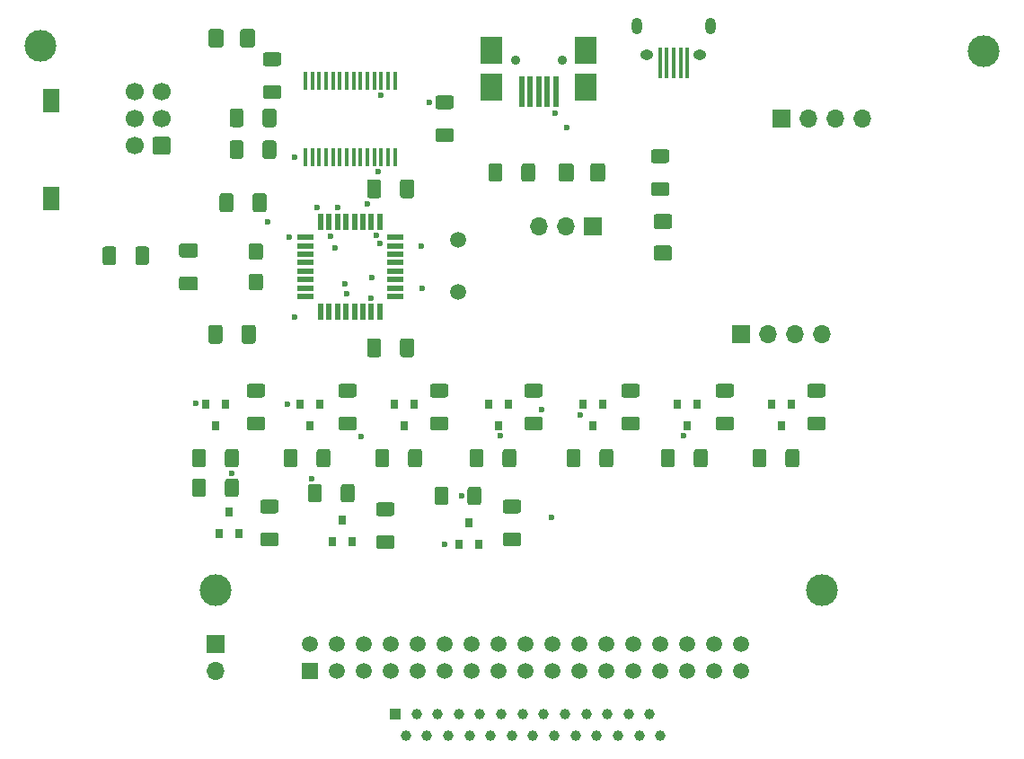
<source format=gts>
%TF.GenerationSoftware,KiCad,Pcbnew,5.1.9+dfsg1-1~bpo10+1*%
%TF.CreationDate,2021-03-23T17:30:30+01:00*%
%TF.ProjectId,usbavrfloppy,75736261-7672-4666-9c6f-7070792e6b69,rev?*%
%TF.SameCoordinates,Original*%
%TF.FileFunction,Soldermask,Top*%
%TF.FilePolarity,Negative*%
%FSLAX46Y46*%
G04 Gerber Fmt 4.6, Leading zero omitted, Abs format (unit mm)*
G04 Created by KiCad (PCBNEW 5.1.9+dfsg1-1~bpo10+1) date 2021-03-23 17:30:30*
%MOMM*%
%LPD*%
G01*
G04 APERTURE LIST*
%ADD10C,1.700000*%
%ADD11R,1.600000X2.180000*%
%ADD12R,0.500380X3.000000*%
%ADD13R,1.998980X2.499360*%
%ADD14C,0.899160*%
%ADD15R,0.400000X3.000000*%
%ADD16O,1.250000X0.950000*%
%ADD17O,1.000000X1.550000*%
%ADD18R,1.700000X1.700000*%
%ADD19O,1.700000X1.700000*%
%ADD20R,1.520000X1.520000*%
%ADD21C,1.520000*%
%ADD22C,1.000000*%
%ADD23R,1.000000X1.000000*%
%ADD24C,3.000000*%
%ADD25R,0.800000X0.900000*%
%ADD26R,1.600000X0.550000*%
%ADD27R,0.550000X1.600000*%
%ADD28R,0.450000X1.750000*%
%ADD29C,1.500000*%
%ADD30C,0.600000*%
G04 APERTURE END LIST*
D10*
%TO.C,CON1*%
X116840000Y-66040000D03*
X116840000Y-68580000D03*
X116840000Y-71120000D03*
X119380000Y-66040000D03*
X119380000Y-68580000D03*
G36*
G01*
X120230000Y-70520000D02*
X120230000Y-71720000D01*
G75*
G02*
X119980000Y-71970000I-250000J0D01*
G01*
X118780000Y-71970000D01*
G75*
G02*
X118530000Y-71720000I0J250000D01*
G01*
X118530000Y-70520000D01*
G75*
G02*
X118780000Y-70270000I250000J0D01*
G01*
X119980000Y-70270000D01*
G75*
G02*
X120230000Y-70520000I0J-250000D01*
G01*
G37*
%TD*%
D11*
%TO.C,SW1*%
X109000000Y-76090000D03*
X109000000Y-66910000D03*
%TD*%
D12*
%TO.C,J5*%
X155740100Y-66027300D03*
D13*
X159390080Y-62151260D03*
D12*
X156540200Y-66027300D03*
X154940000Y-66027300D03*
X154139900Y-66027300D03*
X153339800Y-66027300D03*
D13*
X159390080Y-65580260D03*
X150489920Y-65580260D03*
X150495000Y-62103000D03*
D14*
X157139640Y-63080900D03*
X152740360Y-63080900D03*
%TD*%
D15*
%TO.C,J7*%
X168945560Y-63350140D03*
X168290900Y-63350000D03*
X167640900Y-63350000D03*
X166990900Y-63350000D03*
X166340900Y-63350000D03*
D16*
X170140900Y-62522540D03*
X165140900Y-62522540D03*
D17*
X171140900Y-59822540D03*
X164140900Y-59822540D03*
%TD*%
%TO.C,C1*%
G36*
G01*
X141870000Y-90820001D02*
X141870000Y-89519999D01*
G75*
G02*
X142119999Y-89270000I249999J0D01*
G01*
X142945001Y-89270000D01*
G75*
G02*
X143195000Y-89519999I0J-249999D01*
G01*
X143195000Y-90820001D01*
G75*
G02*
X142945001Y-91070000I-249999J0D01*
G01*
X142119999Y-91070000D01*
G75*
G02*
X141870000Y-90820001I0J249999D01*
G01*
G37*
G36*
G01*
X138745000Y-90820001D02*
X138745000Y-89519999D01*
G75*
G02*
X138994999Y-89270000I249999J0D01*
G01*
X139820001Y-89270000D01*
G75*
G02*
X140070000Y-89519999I0J-249999D01*
G01*
X140070000Y-90820001D01*
G75*
G02*
X139820001Y-91070000I-249999J0D01*
G01*
X138994999Y-91070000D01*
G75*
G02*
X138745000Y-90820001I0J249999D01*
G01*
G37*
%TD*%
%TO.C,C2*%
G36*
G01*
X138745000Y-75834001D02*
X138745000Y-74533999D01*
G75*
G02*
X138994999Y-74284000I249999J0D01*
G01*
X139820001Y-74284000D01*
G75*
G02*
X140070000Y-74533999I0J-249999D01*
G01*
X140070000Y-75834001D01*
G75*
G02*
X139820001Y-76084000I-249999J0D01*
G01*
X138994999Y-76084000D01*
G75*
G02*
X138745000Y-75834001I0J249999D01*
G01*
G37*
G36*
G01*
X141870000Y-75834001D02*
X141870000Y-74533999D01*
G75*
G02*
X142119999Y-74284000I249999J0D01*
G01*
X142945001Y-74284000D01*
G75*
G02*
X143195000Y-74533999I0J-249999D01*
G01*
X143195000Y-75834001D01*
G75*
G02*
X142945001Y-76084000I-249999J0D01*
G01*
X142119999Y-76084000D01*
G75*
G02*
X141870000Y-75834001I0J249999D01*
G01*
G37*
%TD*%
%TO.C,C3*%
G36*
G01*
X121269999Y-83450000D02*
X122570001Y-83450000D01*
G75*
G02*
X122820000Y-83699999I0J-249999D01*
G01*
X122820000Y-84525001D01*
G75*
G02*
X122570001Y-84775000I-249999J0D01*
G01*
X121269999Y-84775000D01*
G75*
G02*
X121020000Y-84525001I0J249999D01*
G01*
X121020000Y-83699999D01*
G75*
G02*
X121269999Y-83450000I249999J0D01*
G01*
G37*
G36*
G01*
X121269999Y-80325000D02*
X122570001Y-80325000D01*
G75*
G02*
X122820000Y-80574999I0J-249999D01*
G01*
X122820000Y-81400001D01*
G75*
G02*
X122570001Y-81650000I-249999J0D01*
G01*
X121269999Y-81650000D01*
G75*
G02*
X121020000Y-81400001I0J249999D01*
G01*
X121020000Y-80574999D01*
G75*
G02*
X121269999Y-80325000I249999J0D01*
G01*
G37*
%TD*%
%TO.C,C4*%
G36*
G01*
X123797000Y-89550001D02*
X123797000Y-88249999D01*
G75*
G02*
X124046999Y-88000000I249999J0D01*
G01*
X124872001Y-88000000D01*
G75*
G02*
X125122000Y-88249999I0J-249999D01*
G01*
X125122000Y-89550001D01*
G75*
G02*
X124872001Y-89800000I-249999J0D01*
G01*
X124046999Y-89800000D01*
G75*
G02*
X123797000Y-89550001I0J249999D01*
G01*
G37*
G36*
G01*
X126922000Y-89550001D02*
X126922000Y-88249999D01*
G75*
G02*
X127171999Y-88000000I249999J0D01*
G01*
X127997001Y-88000000D01*
G75*
G02*
X128247000Y-88249999I0J-249999D01*
G01*
X128247000Y-89550001D01*
G75*
G02*
X127997001Y-89800000I-249999J0D01*
G01*
X127171999Y-89800000D01*
G75*
G02*
X126922000Y-89550001I0J249999D01*
G01*
G37*
%TD*%
%TO.C,C5*%
G36*
G01*
X127844999Y-80325000D02*
X128695001Y-80325000D01*
G75*
G02*
X128945000Y-80574999I0J-249999D01*
G01*
X128945000Y-81650001D01*
G75*
G02*
X128695001Y-81900000I-249999J0D01*
G01*
X127844999Y-81900000D01*
G75*
G02*
X127595000Y-81650001I0J249999D01*
G01*
X127595000Y-80574999D01*
G75*
G02*
X127844999Y-80325000I249999J0D01*
G01*
G37*
G36*
G01*
X127844999Y-83200000D02*
X128695001Y-83200000D01*
G75*
G02*
X128945000Y-83449999I0J-249999D01*
G01*
X128945000Y-84525001D01*
G75*
G02*
X128695001Y-84775000I-249999J0D01*
G01*
X127844999Y-84775000D01*
G75*
G02*
X127595000Y-84525001I0J249999D01*
G01*
X127595000Y-83449999D01*
G75*
G02*
X127844999Y-83200000I249999J0D01*
G01*
G37*
%TD*%
%TO.C,C6*%
G36*
G01*
X129287000Y-75849999D02*
X129287000Y-77150001D01*
G75*
G02*
X129037001Y-77400000I-249999J0D01*
G01*
X128211999Y-77400000D01*
G75*
G02*
X127962000Y-77150001I0J249999D01*
G01*
X127962000Y-75849999D01*
G75*
G02*
X128211999Y-75600000I249999J0D01*
G01*
X129037001Y-75600000D01*
G75*
G02*
X129287000Y-75849999I0J-249999D01*
G01*
G37*
G36*
G01*
X126162000Y-75849999D02*
X126162000Y-77150001D01*
G75*
G02*
X125912001Y-77400000I-249999J0D01*
G01*
X125086999Y-77400000D01*
G75*
G02*
X124837000Y-77150001I0J249999D01*
G01*
X124837000Y-75849999D01*
G75*
G02*
X125086999Y-75600000I249999J0D01*
G01*
X125912001Y-75600000D01*
G75*
G02*
X126162000Y-75849999I0J-249999D01*
G01*
G37*
%TD*%
%TO.C,D1*%
G36*
G01*
X128200000Y-60375000D02*
X128200000Y-61625000D01*
G75*
G02*
X127950000Y-61875000I-250000J0D01*
G01*
X127025000Y-61875000D01*
G75*
G02*
X126775000Y-61625000I0J250000D01*
G01*
X126775000Y-60375000D01*
G75*
G02*
X127025000Y-60125000I250000J0D01*
G01*
X127950000Y-60125000D01*
G75*
G02*
X128200000Y-60375000I0J-250000D01*
G01*
G37*
G36*
G01*
X125225000Y-60375000D02*
X125225000Y-61625000D01*
G75*
G02*
X124975000Y-61875000I-250000J0D01*
G01*
X124050000Y-61875000D01*
G75*
G02*
X123800000Y-61625000I0J250000D01*
G01*
X123800000Y-60375000D01*
G75*
G02*
X124050000Y-60125000I250000J0D01*
G01*
X124975000Y-60125000D01*
G75*
G02*
X125225000Y-60375000I0J-250000D01*
G01*
G37*
%TD*%
%TO.C,D2*%
G36*
G01*
X167249000Y-81956000D02*
X165999000Y-81956000D01*
G75*
G02*
X165749000Y-81706000I0J250000D01*
G01*
X165749000Y-80781000D01*
G75*
G02*
X165999000Y-80531000I250000J0D01*
G01*
X167249000Y-80531000D01*
G75*
G02*
X167499000Y-80781000I0J-250000D01*
G01*
X167499000Y-81706000D01*
G75*
G02*
X167249000Y-81956000I-250000J0D01*
G01*
G37*
G36*
G01*
X167249000Y-78981000D02*
X165999000Y-78981000D01*
G75*
G02*
X165749000Y-78731000I0J250000D01*
G01*
X165749000Y-77806000D01*
G75*
G02*
X165999000Y-77556000I250000J0D01*
G01*
X167249000Y-77556000D01*
G75*
G02*
X167499000Y-77806000I0J-250000D01*
G01*
X167499000Y-78731000D01*
G75*
G02*
X167249000Y-78981000I-250000J0D01*
G01*
G37*
%TD*%
%TO.C,D3*%
G36*
G01*
X158229000Y-73035000D02*
X158229000Y-74285000D01*
G75*
G02*
X157979000Y-74535000I-250000J0D01*
G01*
X157054000Y-74535000D01*
G75*
G02*
X156804000Y-74285000I0J250000D01*
G01*
X156804000Y-73035000D01*
G75*
G02*
X157054000Y-72785000I250000J0D01*
G01*
X157979000Y-72785000D01*
G75*
G02*
X158229000Y-73035000I0J-250000D01*
G01*
G37*
G36*
G01*
X161204000Y-73035000D02*
X161204000Y-74285000D01*
G75*
G02*
X160954000Y-74535000I-250000J0D01*
G01*
X160029000Y-74535000D01*
G75*
G02*
X159779000Y-74285000I0J250000D01*
G01*
X159779000Y-73035000D01*
G75*
G02*
X160029000Y-72785000I250000J0D01*
G01*
X160954000Y-72785000D01*
G75*
G02*
X161204000Y-73035000I0J-250000D01*
G01*
G37*
%TD*%
D18*
%TO.C,J1*%
X124460000Y-118110000D03*
D19*
X124460000Y-120650000D03*
%TD*%
D20*
%TO.C,J2*%
X133350000Y-120650000D03*
D21*
X133350000Y-118110000D03*
X135890000Y-120650000D03*
X135890000Y-118110000D03*
X138430000Y-120650000D03*
X138430000Y-118110000D03*
X140970000Y-120650000D03*
X140970000Y-118110000D03*
X143510000Y-120650000D03*
X143510000Y-118110000D03*
X146050000Y-120650000D03*
X146050000Y-118110000D03*
X148590000Y-120650000D03*
X148590000Y-118110000D03*
X151130000Y-120650000D03*
X151130000Y-118110000D03*
X153670000Y-120650000D03*
X153670000Y-118110000D03*
X156210000Y-120650000D03*
X156210000Y-118110000D03*
X158750000Y-120650000D03*
X158750000Y-118110000D03*
X161290000Y-120650000D03*
X161290000Y-118110000D03*
X163830000Y-120650000D03*
X163830000Y-118110000D03*
X166370000Y-120650000D03*
X166370000Y-118110000D03*
X168910000Y-120650000D03*
X168910000Y-118110000D03*
X171450000Y-120650000D03*
X171450000Y-118110000D03*
X173990000Y-120650000D03*
X173990000Y-118110000D03*
%TD*%
D18*
%TO.C,J3*%
X173990000Y-88900000D03*
D19*
X176530000Y-88900000D03*
X179070000Y-88900000D03*
X181610000Y-88900000D03*
%TD*%
D22*
%TO.C,J4*%
X142400000Y-126730000D03*
X144400000Y-126730000D03*
X146400000Y-126730000D03*
X148400000Y-126730000D03*
X150400000Y-126730000D03*
X152400000Y-126730000D03*
X154400000Y-126730000D03*
X156400000Y-126730000D03*
X158400000Y-126730000D03*
X160400000Y-126730000D03*
X162400000Y-126730000D03*
X164400000Y-126730000D03*
X166400000Y-126730000D03*
D23*
X141400000Y-124730000D03*
D22*
X143400000Y-124730000D03*
X145400000Y-124730000D03*
X147400000Y-124730000D03*
X149400000Y-124730000D03*
X151400000Y-124730000D03*
X153400000Y-124730000D03*
X155400000Y-124730000D03*
X157400000Y-124730000D03*
X159400000Y-124730000D03*
X161400000Y-124730000D03*
X163400000Y-124730000D03*
X165400000Y-124730000D03*
%TD*%
D18*
%TO.C,J6*%
X177800000Y-68580000D03*
D19*
X180340000Y-68580000D03*
X182880000Y-68580000D03*
X185420000Y-68580000D03*
%TD*%
D18*
%TO.C,P1*%
X160020000Y-78740000D03*
D19*
X157480000Y-78740000D03*
X154940000Y-78740000D03*
%TD*%
D24*
%TO.C,P2*%
X124460000Y-113030000D03*
%TD*%
%TO.C,P3*%
X181610000Y-113030000D03*
%TD*%
%TO.C,P4*%
X196850000Y-62230000D03*
%TD*%
%TO.C,P5*%
X107950000Y-61722000D03*
%TD*%
D25*
%TO.C,Q1*%
X124460000Y-97520000D03*
X123510000Y-95520000D03*
X125410000Y-95520000D03*
%TD*%
%TO.C,Q2*%
X134300000Y-95520000D03*
X132400000Y-95520000D03*
X133350000Y-97520000D03*
%TD*%
%TO.C,Q3*%
X142240000Y-97520000D03*
X141290000Y-95520000D03*
X143190000Y-95520000D03*
%TD*%
%TO.C,Q4*%
X152080000Y-95520000D03*
X150180000Y-95520000D03*
X151130000Y-97520000D03*
%TD*%
%TO.C,Q5*%
X160970000Y-95520000D03*
X159070000Y-95520000D03*
X160020000Y-97520000D03*
%TD*%
%TO.C,Q6*%
X169860000Y-95520000D03*
X167960000Y-95520000D03*
X168910000Y-97520000D03*
%TD*%
%TO.C,Q7*%
X177800000Y-97520000D03*
X176850000Y-95520000D03*
X178750000Y-95520000D03*
%TD*%
%TO.C,Q8*%
X125730000Y-105680000D03*
X126680000Y-107680000D03*
X124780000Y-107680000D03*
%TD*%
%TO.C,Q9*%
X136398000Y-106442000D03*
X137348000Y-108442000D03*
X135448000Y-108442000D03*
%TD*%
%TO.C,Q10*%
X147386000Y-108696000D03*
X149286000Y-108696000D03*
X148336000Y-106696000D03*
%TD*%
%TO.C,R1*%
G36*
G01*
X130419000Y-63616000D02*
X129169000Y-63616000D01*
G75*
G02*
X128919000Y-63366000I0J250000D01*
G01*
X128919000Y-62566000D01*
G75*
G02*
X129169000Y-62316000I250000J0D01*
G01*
X130419000Y-62316000D01*
G75*
G02*
X130669000Y-62566000I0J-250000D01*
G01*
X130669000Y-63366000D01*
G75*
G02*
X130419000Y-63616000I-250000J0D01*
G01*
G37*
G36*
G01*
X130419000Y-66716000D02*
X129169000Y-66716000D01*
G75*
G02*
X128919000Y-66466000I0J250000D01*
G01*
X128919000Y-65666000D01*
G75*
G02*
X129169000Y-65416000I250000J0D01*
G01*
X130419000Y-65416000D01*
G75*
G02*
X130669000Y-65666000I0J-250000D01*
G01*
X130669000Y-66466000D01*
G75*
G02*
X130419000Y-66716000I-250000J0D01*
G01*
G37*
%TD*%
%TO.C,R2*%
G36*
G01*
X126660000Y-99959000D02*
X126660000Y-101209000D01*
G75*
G02*
X126410000Y-101459000I-250000J0D01*
G01*
X125610000Y-101459000D01*
G75*
G02*
X125360000Y-101209000I0J250000D01*
G01*
X125360000Y-99959000D01*
G75*
G02*
X125610000Y-99709000I250000J0D01*
G01*
X126410000Y-99709000D01*
G75*
G02*
X126660000Y-99959000I0J-250000D01*
G01*
G37*
G36*
G01*
X123560000Y-99959000D02*
X123560000Y-101209000D01*
G75*
G02*
X123310000Y-101459000I-250000J0D01*
G01*
X122510000Y-101459000D01*
G75*
G02*
X122260000Y-101209000I0J250000D01*
G01*
X122260000Y-99959000D01*
G75*
G02*
X122510000Y-99709000I250000J0D01*
G01*
X123310000Y-99709000D01*
G75*
G02*
X123560000Y-99959000I0J-250000D01*
G01*
G37*
%TD*%
%TO.C,R3*%
G36*
G01*
X127645000Y-96658000D02*
X128895000Y-96658000D01*
G75*
G02*
X129145000Y-96908000I0J-250000D01*
G01*
X129145000Y-97708000D01*
G75*
G02*
X128895000Y-97958000I-250000J0D01*
G01*
X127645000Y-97958000D01*
G75*
G02*
X127395000Y-97708000I0J250000D01*
G01*
X127395000Y-96908000D01*
G75*
G02*
X127645000Y-96658000I250000J0D01*
G01*
G37*
G36*
G01*
X127645000Y-93558000D02*
X128895000Y-93558000D01*
G75*
G02*
X129145000Y-93808000I0J-250000D01*
G01*
X129145000Y-94608000D01*
G75*
G02*
X128895000Y-94858000I-250000J0D01*
G01*
X127645000Y-94858000D01*
G75*
G02*
X127395000Y-94608000I0J250000D01*
G01*
X127395000Y-93808000D01*
G75*
G02*
X127645000Y-93558000I250000J0D01*
G01*
G37*
%TD*%
%TO.C,R4*%
G36*
G01*
X132196000Y-99959000D02*
X132196000Y-101209000D01*
G75*
G02*
X131946000Y-101459000I-250000J0D01*
G01*
X131146000Y-101459000D01*
G75*
G02*
X130896000Y-101209000I0J250000D01*
G01*
X130896000Y-99959000D01*
G75*
G02*
X131146000Y-99709000I250000J0D01*
G01*
X131946000Y-99709000D01*
G75*
G02*
X132196000Y-99959000I0J-250000D01*
G01*
G37*
G36*
G01*
X135296000Y-99959000D02*
X135296000Y-101209000D01*
G75*
G02*
X135046000Y-101459000I-250000J0D01*
G01*
X134246000Y-101459000D01*
G75*
G02*
X133996000Y-101209000I0J250000D01*
G01*
X133996000Y-99959000D01*
G75*
G02*
X134246000Y-99709000I250000J0D01*
G01*
X135046000Y-99709000D01*
G75*
G02*
X135296000Y-99959000I0J-250000D01*
G01*
G37*
%TD*%
%TO.C,R5*%
G36*
G01*
X143932000Y-99959000D02*
X143932000Y-101209000D01*
G75*
G02*
X143682000Y-101459000I-250000J0D01*
G01*
X142882000Y-101459000D01*
G75*
G02*
X142632000Y-101209000I0J250000D01*
G01*
X142632000Y-99959000D01*
G75*
G02*
X142882000Y-99709000I250000J0D01*
G01*
X143682000Y-99709000D01*
G75*
G02*
X143932000Y-99959000I0J-250000D01*
G01*
G37*
G36*
G01*
X140832000Y-99959000D02*
X140832000Y-101209000D01*
G75*
G02*
X140582000Y-101459000I-250000J0D01*
G01*
X139782000Y-101459000D01*
G75*
G02*
X139532000Y-101209000I0J250000D01*
G01*
X139532000Y-99959000D01*
G75*
G02*
X139782000Y-99709000I250000J0D01*
G01*
X140582000Y-99709000D01*
G75*
G02*
X140832000Y-99959000I0J-250000D01*
G01*
G37*
%TD*%
%TO.C,R6*%
G36*
G01*
X149722000Y-99959000D02*
X149722000Y-101209000D01*
G75*
G02*
X149472000Y-101459000I-250000J0D01*
G01*
X148672000Y-101459000D01*
G75*
G02*
X148422000Y-101209000I0J250000D01*
G01*
X148422000Y-99959000D01*
G75*
G02*
X148672000Y-99709000I250000J0D01*
G01*
X149472000Y-99709000D01*
G75*
G02*
X149722000Y-99959000I0J-250000D01*
G01*
G37*
G36*
G01*
X152822000Y-99959000D02*
X152822000Y-101209000D01*
G75*
G02*
X152572000Y-101459000I-250000J0D01*
G01*
X151772000Y-101459000D01*
G75*
G02*
X151522000Y-101209000I0J250000D01*
G01*
X151522000Y-99959000D01*
G75*
G02*
X151772000Y-99709000I250000J0D01*
G01*
X152572000Y-99709000D01*
G75*
G02*
X152822000Y-99959000I0J-250000D01*
G01*
G37*
%TD*%
%TO.C,R7*%
G36*
G01*
X161966000Y-99959000D02*
X161966000Y-101209000D01*
G75*
G02*
X161716000Y-101459000I-250000J0D01*
G01*
X160916000Y-101459000D01*
G75*
G02*
X160666000Y-101209000I0J250000D01*
G01*
X160666000Y-99959000D01*
G75*
G02*
X160916000Y-99709000I250000J0D01*
G01*
X161716000Y-99709000D01*
G75*
G02*
X161966000Y-99959000I0J-250000D01*
G01*
G37*
G36*
G01*
X158866000Y-99959000D02*
X158866000Y-101209000D01*
G75*
G02*
X158616000Y-101459000I-250000J0D01*
G01*
X157816000Y-101459000D01*
G75*
G02*
X157566000Y-101209000I0J250000D01*
G01*
X157566000Y-99959000D01*
G75*
G02*
X157816000Y-99709000I250000J0D01*
G01*
X158616000Y-99709000D01*
G75*
G02*
X158866000Y-99959000I0J-250000D01*
G01*
G37*
%TD*%
%TO.C,R8*%
G36*
G01*
X170856000Y-99959000D02*
X170856000Y-101209000D01*
G75*
G02*
X170606000Y-101459000I-250000J0D01*
G01*
X169806000Y-101459000D01*
G75*
G02*
X169556000Y-101209000I0J250000D01*
G01*
X169556000Y-99959000D01*
G75*
G02*
X169806000Y-99709000I250000J0D01*
G01*
X170606000Y-99709000D01*
G75*
G02*
X170856000Y-99959000I0J-250000D01*
G01*
G37*
G36*
G01*
X167756000Y-99959000D02*
X167756000Y-101209000D01*
G75*
G02*
X167506000Y-101459000I-250000J0D01*
G01*
X166706000Y-101459000D01*
G75*
G02*
X166456000Y-101209000I0J250000D01*
G01*
X166456000Y-99959000D01*
G75*
G02*
X166706000Y-99709000I250000J0D01*
G01*
X167506000Y-99709000D01*
G75*
G02*
X167756000Y-99959000I0J-250000D01*
G01*
G37*
%TD*%
%TO.C,R9*%
G36*
G01*
X136281000Y-93558000D02*
X137531000Y-93558000D01*
G75*
G02*
X137781000Y-93808000I0J-250000D01*
G01*
X137781000Y-94608000D01*
G75*
G02*
X137531000Y-94858000I-250000J0D01*
G01*
X136281000Y-94858000D01*
G75*
G02*
X136031000Y-94608000I0J250000D01*
G01*
X136031000Y-93808000D01*
G75*
G02*
X136281000Y-93558000I250000J0D01*
G01*
G37*
G36*
G01*
X136281000Y-96658000D02*
X137531000Y-96658000D01*
G75*
G02*
X137781000Y-96908000I0J-250000D01*
G01*
X137781000Y-97708000D01*
G75*
G02*
X137531000Y-97958000I-250000J0D01*
G01*
X136281000Y-97958000D01*
G75*
G02*
X136031000Y-97708000I0J250000D01*
G01*
X136031000Y-96908000D01*
G75*
G02*
X136281000Y-96658000I250000J0D01*
G01*
G37*
%TD*%
%TO.C,R10*%
G36*
G01*
X144917000Y-93558000D02*
X146167000Y-93558000D01*
G75*
G02*
X146417000Y-93808000I0J-250000D01*
G01*
X146417000Y-94608000D01*
G75*
G02*
X146167000Y-94858000I-250000J0D01*
G01*
X144917000Y-94858000D01*
G75*
G02*
X144667000Y-94608000I0J250000D01*
G01*
X144667000Y-93808000D01*
G75*
G02*
X144917000Y-93558000I250000J0D01*
G01*
G37*
G36*
G01*
X144917000Y-96658000D02*
X146167000Y-96658000D01*
G75*
G02*
X146417000Y-96908000I0J-250000D01*
G01*
X146417000Y-97708000D01*
G75*
G02*
X146167000Y-97958000I-250000J0D01*
G01*
X144917000Y-97958000D01*
G75*
G02*
X144667000Y-97708000I0J250000D01*
G01*
X144667000Y-96908000D01*
G75*
G02*
X144917000Y-96658000I250000J0D01*
G01*
G37*
%TD*%
%TO.C,R11*%
G36*
G01*
X153807000Y-93558000D02*
X155057000Y-93558000D01*
G75*
G02*
X155307000Y-93808000I0J-250000D01*
G01*
X155307000Y-94608000D01*
G75*
G02*
X155057000Y-94858000I-250000J0D01*
G01*
X153807000Y-94858000D01*
G75*
G02*
X153557000Y-94608000I0J250000D01*
G01*
X153557000Y-93808000D01*
G75*
G02*
X153807000Y-93558000I250000J0D01*
G01*
G37*
G36*
G01*
X153807000Y-96658000D02*
X155057000Y-96658000D01*
G75*
G02*
X155307000Y-96908000I0J-250000D01*
G01*
X155307000Y-97708000D01*
G75*
G02*
X155057000Y-97958000I-250000J0D01*
G01*
X153807000Y-97958000D01*
G75*
G02*
X153557000Y-97708000I0J250000D01*
G01*
X153557000Y-96908000D01*
G75*
G02*
X153807000Y-96658000I250000J0D01*
G01*
G37*
%TD*%
%TO.C,R12*%
G36*
G01*
X162951000Y-96658000D02*
X164201000Y-96658000D01*
G75*
G02*
X164451000Y-96908000I0J-250000D01*
G01*
X164451000Y-97708000D01*
G75*
G02*
X164201000Y-97958000I-250000J0D01*
G01*
X162951000Y-97958000D01*
G75*
G02*
X162701000Y-97708000I0J250000D01*
G01*
X162701000Y-96908000D01*
G75*
G02*
X162951000Y-96658000I250000J0D01*
G01*
G37*
G36*
G01*
X162951000Y-93558000D02*
X164201000Y-93558000D01*
G75*
G02*
X164451000Y-93808000I0J-250000D01*
G01*
X164451000Y-94608000D01*
G75*
G02*
X164201000Y-94858000I-250000J0D01*
G01*
X162951000Y-94858000D01*
G75*
G02*
X162701000Y-94608000I0J250000D01*
G01*
X162701000Y-93808000D01*
G75*
G02*
X162951000Y-93558000I250000J0D01*
G01*
G37*
%TD*%
%TO.C,R13*%
G36*
G01*
X171841000Y-96658000D02*
X173091000Y-96658000D01*
G75*
G02*
X173341000Y-96908000I0J-250000D01*
G01*
X173341000Y-97708000D01*
G75*
G02*
X173091000Y-97958000I-250000J0D01*
G01*
X171841000Y-97958000D01*
G75*
G02*
X171591000Y-97708000I0J250000D01*
G01*
X171591000Y-96908000D01*
G75*
G02*
X171841000Y-96658000I250000J0D01*
G01*
G37*
G36*
G01*
X171841000Y-93558000D02*
X173091000Y-93558000D01*
G75*
G02*
X173341000Y-93808000I0J-250000D01*
G01*
X173341000Y-94608000D01*
G75*
G02*
X173091000Y-94858000I-250000J0D01*
G01*
X171841000Y-94858000D01*
G75*
G02*
X171591000Y-94608000I0J250000D01*
G01*
X171591000Y-93808000D01*
G75*
G02*
X171841000Y-93558000I250000J0D01*
G01*
G37*
%TD*%
%TO.C,R14*%
G36*
G01*
X176392000Y-99959000D02*
X176392000Y-101209000D01*
G75*
G02*
X176142000Y-101459000I-250000J0D01*
G01*
X175342000Y-101459000D01*
G75*
G02*
X175092000Y-101209000I0J250000D01*
G01*
X175092000Y-99959000D01*
G75*
G02*
X175342000Y-99709000I250000J0D01*
G01*
X176142000Y-99709000D01*
G75*
G02*
X176392000Y-99959000I0J-250000D01*
G01*
G37*
G36*
G01*
X179492000Y-99959000D02*
X179492000Y-101209000D01*
G75*
G02*
X179242000Y-101459000I-250000J0D01*
G01*
X178442000Y-101459000D01*
G75*
G02*
X178192000Y-101209000I0J250000D01*
G01*
X178192000Y-99959000D01*
G75*
G02*
X178442000Y-99709000I250000J0D01*
G01*
X179242000Y-99709000D01*
G75*
G02*
X179492000Y-99959000I0J-250000D01*
G01*
G37*
%TD*%
%TO.C,R15*%
G36*
G01*
X122260000Y-104003000D02*
X122260000Y-102753000D01*
G75*
G02*
X122510000Y-102503000I250000J0D01*
G01*
X123310000Y-102503000D01*
G75*
G02*
X123560000Y-102753000I0J-250000D01*
G01*
X123560000Y-104003000D01*
G75*
G02*
X123310000Y-104253000I-250000J0D01*
G01*
X122510000Y-104253000D01*
G75*
G02*
X122260000Y-104003000I0J250000D01*
G01*
G37*
G36*
G01*
X125360000Y-104003000D02*
X125360000Y-102753000D01*
G75*
G02*
X125610000Y-102503000I250000J0D01*
G01*
X126410000Y-102503000D01*
G75*
G02*
X126660000Y-102753000I0J-250000D01*
G01*
X126660000Y-104003000D01*
G75*
G02*
X126410000Y-104253000I-250000J0D01*
G01*
X125610000Y-104253000D01*
G75*
G02*
X125360000Y-104003000I0J250000D01*
G01*
G37*
%TD*%
%TO.C,R16*%
G36*
G01*
X134482000Y-103261000D02*
X134482000Y-104511000D01*
G75*
G02*
X134232000Y-104761000I-250000J0D01*
G01*
X133432000Y-104761000D01*
G75*
G02*
X133182000Y-104511000I0J250000D01*
G01*
X133182000Y-103261000D01*
G75*
G02*
X133432000Y-103011000I250000J0D01*
G01*
X134232000Y-103011000D01*
G75*
G02*
X134482000Y-103261000I0J-250000D01*
G01*
G37*
G36*
G01*
X137582000Y-103261000D02*
X137582000Y-104511000D01*
G75*
G02*
X137332000Y-104761000I-250000J0D01*
G01*
X136532000Y-104761000D01*
G75*
G02*
X136282000Y-104511000I0J250000D01*
G01*
X136282000Y-103261000D01*
G75*
G02*
X136532000Y-103011000I250000J0D01*
G01*
X137332000Y-103011000D01*
G75*
G02*
X137582000Y-103261000I0J-250000D01*
G01*
G37*
%TD*%
%TO.C,R17*%
G36*
G01*
X149520000Y-103515000D02*
X149520000Y-104765000D01*
G75*
G02*
X149270000Y-105015000I-250000J0D01*
G01*
X148470000Y-105015000D01*
G75*
G02*
X148220000Y-104765000I0J250000D01*
G01*
X148220000Y-103515000D01*
G75*
G02*
X148470000Y-103265000I250000J0D01*
G01*
X149270000Y-103265000D01*
G75*
G02*
X149520000Y-103515000I0J-250000D01*
G01*
G37*
G36*
G01*
X146420000Y-103515000D02*
X146420000Y-104765000D01*
G75*
G02*
X146170000Y-105015000I-250000J0D01*
G01*
X145370000Y-105015000D01*
G75*
G02*
X145120000Y-104765000I0J250000D01*
G01*
X145120000Y-103515000D01*
G75*
G02*
X145370000Y-103265000I250000J0D01*
G01*
X146170000Y-103265000D01*
G75*
G02*
X146420000Y-103515000I0J-250000D01*
G01*
G37*
%TD*%
%TO.C,R18*%
G36*
G01*
X180477000Y-93558000D02*
X181727000Y-93558000D01*
G75*
G02*
X181977000Y-93808000I0J-250000D01*
G01*
X181977000Y-94608000D01*
G75*
G02*
X181727000Y-94858000I-250000J0D01*
G01*
X180477000Y-94858000D01*
G75*
G02*
X180227000Y-94608000I0J250000D01*
G01*
X180227000Y-93808000D01*
G75*
G02*
X180477000Y-93558000I250000J0D01*
G01*
G37*
G36*
G01*
X180477000Y-96658000D02*
X181727000Y-96658000D01*
G75*
G02*
X181977000Y-96908000I0J-250000D01*
G01*
X181977000Y-97708000D01*
G75*
G02*
X181727000Y-97958000I-250000J0D01*
G01*
X180477000Y-97958000D01*
G75*
G02*
X180227000Y-97708000I0J250000D01*
G01*
X180227000Y-96908000D01*
G75*
G02*
X180477000Y-96658000I250000J0D01*
G01*
G37*
%TD*%
%TO.C,R19*%
G36*
G01*
X128915000Y-107580000D02*
X130165000Y-107580000D01*
G75*
G02*
X130415000Y-107830000I0J-250000D01*
G01*
X130415000Y-108630000D01*
G75*
G02*
X130165000Y-108880000I-250000J0D01*
G01*
X128915000Y-108880000D01*
G75*
G02*
X128665000Y-108630000I0J250000D01*
G01*
X128665000Y-107830000D01*
G75*
G02*
X128915000Y-107580000I250000J0D01*
G01*
G37*
G36*
G01*
X128915000Y-104480000D02*
X130165000Y-104480000D01*
G75*
G02*
X130415000Y-104730000I0J-250000D01*
G01*
X130415000Y-105530000D01*
G75*
G02*
X130165000Y-105780000I-250000J0D01*
G01*
X128915000Y-105780000D01*
G75*
G02*
X128665000Y-105530000I0J250000D01*
G01*
X128665000Y-104730000D01*
G75*
G02*
X128915000Y-104480000I250000J0D01*
G01*
G37*
%TD*%
%TO.C,R20*%
G36*
G01*
X139837000Y-107834000D02*
X141087000Y-107834000D01*
G75*
G02*
X141337000Y-108084000I0J-250000D01*
G01*
X141337000Y-108884000D01*
G75*
G02*
X141087000Y-109134000I-250000J0D01*
G01*
X139837000Y-109134000D01*
G75*
G02*
X139587000Y-108884000I0J250000D01*
G01*
X139587000Y-108084000D01*
G75*
G02*
X139837000Y-107834000I250000J0D01*
G01*
G37*
G36*
G01*
X139837000Y-104734000D02*
X141087000Y-104734000D01*
G75*
G02*
X141337000Y-104984000I0J-250000D01*
G01*
X141337000Y-105784000D01*
G75*
G02*
X141087000Y-106034000I-250000J0D01*
G01*
X139837000Y-106034000D01*
G75*
G02*
X139587000Y-105784000I0J250000D01*
G01*
X139587000Y-104984000D01*
G75*
G02*
X139837000Y-104734000I250000J0D01*
G01*
G37*
%TD*%
%TO.C,R21*%
G36*
G01*
X151775000Y-107580000D02*
X153025000Y-107580000D01*
G75*
G02*
X153275000Y-107830000I0J-250000D01*
G01*
X153275000Y-108630000D01*
G75*
G02*
X153025000Y-108880000I-250000J0D01*
G01*
X151775000Y-108880000D01*
G75*
G02*
X151525000Y-108630000I0J250000D01*
G01*
X151525000Y-107830000D01*
G75*
G02*
X151775000Y-107580000I250000J0D01*
G01*
G37*
G36*
G01*
X151775000Y-104480000D02*
X153025000Y-104480000D01*
G75*
G02*
X153275000Y-104730000I0J-250000D01*
G01*
X153275000Y-105530000D01*
G75*
G02*
X153025000Y-105780000I-250000J0D01*
G01*
X151775000Y-105780000D01*
G75*
G02*
X151525000Y-105530000I0J250000D01*
G01*
X151525000Y-104730000D01*
G75*
G02*
X151775000Y-104480000I250000J0D01*
G01*
G37*
%TD*%
%TO.C,R22*%
G36*
G01*
X165745000Y-71460000D02*
X166995000Y-71460000D01*
G75*
G02*
X167245000Y-71710000I0J-250000D01*
G01*
X167245000Y-72510000D01*
G75*
G02*
X166995000Y-72760000I-250000J0D01*
G01*
X165745000Y-72760000D01*
G75*
G02*
X165495000Y-72510000I0J250000D01*
G01*
X165495000Y-71710000D01*
G75*
G02*
X165745000Y-71460000I250000J0D01*
G01*
G37*
G36*
G01*
X165745000Y-74560000D02*
X166995000Y-74560000D01*
G75*
G02*
X167245000Y-74810000I0J-250000D01*
G01*
X167245000Y-75610000D01*
G75*
G02*
X166995000Y-75860000I-250000J0D01*
G01*
X165745000Y-75860000D01*
G75*
G02*
X165495000Y-75610000I0J250000D01*
G01*
X165495000Y-74810000D01*
G75*
G02*
X165745000Y-74560000I250000J0D01*
G01*
G37*
%TD*%
%TO.C,R23*%
G36*
G01*
X153300000Y-74285000D02*
X153300000Y-73035000D01*
G75*
G02*
X153550000Y-72785000I250000J0D01*
G01*
X154350000Y-72785000D01*
G75*
G02*
X154600000Y-73035000I0J-250000D01*
G01*
X154600000Y-74285000D01*
G75*
G02*
X154350000Y-74535000I-250000J0D01*
G01*
X153550000Y-74535000D01*
G75*
G02*
X153300000Y-74285000I0J250000D01*
G01*
G37*
G36*
G01*
X150200000Y-74285000D02*
X150200000Y-73035000D01*
G75*
G02*
X150450000Y-72785000I250000J0D01*
G01*
X151250000Y-72785000D01*
G75*
G02*
X151500000Y-73035000I0J-250000D01*
G01*
X151500000Y-74285000D01*
G75*
G02*
X151250000Y-74535000I-250000J0D01*
G01*
X150450000Y-74535000D01*
G75*
G02*
X150200000Y-74285000I0J250000D01*
G01*
G37*
%TD*%
%TO.C,R24*%
G36*
G01*
X125800000Y-69125000D02*
X125800000Y-67875000D01*
G75*
G02*
X126050000Y-67625000I250000J0D01*
G01*
X126850000Y-67625000D01*
G75*
G02*
X127100000Y-67875000I0J-250000D01*
G01*
X127100000Y-69125000D01*
G75*
G02*
X126850000Y-69375000I-250000J0D01*
G01*
X126050000Y-69375000D01*
G75*
G02*
X125800000Y-69125000I0J250000D01*
G01*
G37*
G36*
G01*
X128900000Y-69125000D02*
X128900000Y-67875000D01*
G75*
G02*
X129150000Y-67625000I250000J0D01*
G01*
X129950000Y-67625000D01*
G75*
G02*
X130200000Y-67875000I0J-250000D01*
G01*
X130200000Y-69125000D01*
G75*
G02*
X129950000Y-69375000I-250000J0D01*
G01*
X129150000Y-69375000D01*
G75*
G02*
X128900000Y-69125000I0J250000D01*
G01*
G37*
%TD*%
%TO.C,R25*%
G36*
G01*
X146675000Y-70780000D02*
X145425000Y-70780000D01*
G75*
G02*
X145175000Y-70530000I0J250000D01*
G01*
X145175000Y-69730000D01*
G75*
G02*
X145425000Y-69480000I250000J0D01*
G01*
X146675000Y-69480000D01*
G75*
G02*
X146925000Y-69730000I0J-250000D01*
G01*
X146925000Y-70530000D01*
G75*
G02*
X146675000Y-70780000I-250000J0D01*
G01*
G37*
G36*
G01*
X146675000Y-67680000D02*
X145425000Y-67680000D01*
G75*
G02*
X145175000Y-67430000I0J250000D01*
G01*
X145175000Y-66630000D01*
G75*
G02*
X145425000Y-66380000I250000J0D01*
G01*
X146675000Y-66380000D01*
G75*
G02*
X146925000Y-66630000I0J-250000D01*
G01*
X146925000Y-67430000D01*
G75*
G02*
X146675000Y-67680000I-250000J0D01*
G01*
G37*
%TD*%
%TO.C,R26*%
G36*
G01*
X128900000Y-72125000D02*
X128900000Y-70875000D01*
G75*
G02*
X129150000Y-70625000I250000J0D01*
G01*
X129950000Y-70625000D01*
G75*
G02*
X130200000Y-70875000I0J-250000D01*
G01*
X130200000Y-72125000D01*
G75*
G02*
X129950000Y-72375000I-250000J0D01*
G01*
X129150000Y-72375000D01*
G75*
G02*
X128900000Y-72125000I0J250000D01*
G01*
G37*
G36*
G01*
X125800000Y-72125000D02*
X125800000Y-70875000D01*
G75*
G02*
X126050000Y-70625000I250000J0D01*
G01*
X126850000Y-70625000D01*
G75*
G02*
X127100000Y-70875000I0J-250000D01*
G01*
X127100000Y-72125000D01*
G75*
G02*
X126850000Y-72375000I-250000J0D01*
G01*
X126050000Y-72375000D01*
G75*
G02*
X125800000Y-72125000I0J250000D01*
G01*
G37*
%TD*%
%TO.C,R27*%
G36*
G01*
X118200000Y-80875000D02*
X118200000Y-82125000D01*
G75*
G02*
X117950000Y-82375000I-250000J0D01*
G01*
X117150000Y-82375000D01*
G75*
G02*
X116900000Y-82125000I0J250000D01*
G01*
X116900000Y-80875000D01*
G75*
G02*
X117150000Y-80625000I250000J0D01*
G01*
X117950000Y-80625000D01*
G75*
G02*
X118200000Y-80875000I0J-250000D01*
G01*
G37*
G36*
G01*
X115100000Y-80875000D02*
X115100000Y-82125000D01*
G75*
G02*
X114850000Y-82375000I-250000J0D01*
G01*
X114050000Y-82375000D01*
G75*
G02*
X113800000Y-82125000I0J250000D01*
G01*
X113800000Y-80875000D01*
G75*
G02*
X114050000Y-80625000I250000J0D01*
G01*
X114850000Y-80625000D01*
G75*
G02*
X115100000Y-80875000I0J-250000D01*
G01*
G37*
%TD*%
D26*
%TO.C,U1*%
X141410000Y-85350000D03*
X141410000Y-84550000D03*
X141410000Y-83750000D03*
X141410000Y-82950000D03*
X141410000Y-82150000D03*
X141410000Y-81350000D03*
X141410000Y-80550000D03*
X141410000Y-79750000D03*
D27*
X139960000Y-78300000D03*
X139160000Y-78300000D03*
X138360000Y-78300000D03*
X137560000Y-78300000D03*
X136760000Y-78300000D03*
X135960000Y-78300000D03*
X135160000Y-78300000D03*
X134360000Y-78300000D03*
D26*
X132910000Y-79750000D03*
X132910000Y-80550000D03*
X132910000Y-81350000D03*
X132910000Y-82150000D03*
X132910000Y-82950000D03*
X132910000Y-83750000D03*
X132910000Y-84550000D03*
X132910000Y-85350000D03*
D27*
X134360000Y-86800000D03*
X135160000Y-86800000D03*
X135960000Y-86800000D03*
X136760000Y-86800000D03*
X137560000Y-86800000D03*
X138360000Y-86800000D03*
X139160000Y-86800000D03*
X139960000Y-86800000D03*
%TD*%
D28*
%TO.C,U2*%
X132935000Y-72180000D03*
X133585000Y-72180000D03*
X134235000Y-72180000D03*
X134885000Y-72180000D03*
X135535000Y-72180000D03*
X136185000Y-72180000D03*
X136835000Y-72180000D03*
X137485000Y-72180000D03*
X138135000Y-72180000D03*
X138785000Y-72180000D03*
X139435000Y-72180000D03*
X140085000Y-72180000D03*
X140735000Y-72180000D03*
X141385000Y-72180000D03*
X141385000Y-64980000D03*
X140735000Y-64980000D03*
X140085000Y-64980000D03*
X139435000Y-64980000D03*
X138785000Y-64980000D03*
X138135000Y-64980000D03*
X137485000Y-64980000D03*
X136835000Y-64980000D03*
X136185000Y-64980000D03*
X135535000Y-64980000D03*
X134885000Y-64980000D03*
X134235000Y-64980000D03*
X133585000Y-64980000D03*
X132935000Y-64980000D03*
%TD*%
D29*
%TO.C,Y1*%
X147320000Y-80010000D03*
X147320000Y-84890000D03*
%TD*%
D30*
X143878700Y-80563400D03*
X131928200Y-87284000D03*
X140085000Y-66363400D03*
X129350200Y-78300000D03*
X131409500Y-79750000D03*
X134072300Y-76990600D03*
X151275000Y-98473700D03*
X168596400Y-98483800D03*
X156141500Y-106125100D03*
X138229600Y-98569600D03*
X139164700Y-83545700D03*
X139757400Y-73565400D03*
X136676900Y-84146300D03*
X131926900Y-72219500D03*
X139160000Y-85463700D03*
X144647800Y-67030000D03*
X138821100Y-76594800D03*
X136822100Y-85064900D03*
X147698700Y-104140000D03*
X146030000Y-108696000D03*
X122579800Y-95444200D03*
X135997800Y-76991400D03*
X131209500Y-95494800D03*
X135736700Y-80739100D03*
X155202600Y-95998400D03*
X143927200Y-84550000D03*
X158853100Y-96511100D03*
X139615000Y-79616200D03*
X126010000Y-101991100D03*
X135295300Y-79624500D03*
X133541800Y-102495900D03*
X139986300Y-80376800D03*
X157534200Y-69450300D03*
X156479200Y-68046100D03*
M02*

</source>
